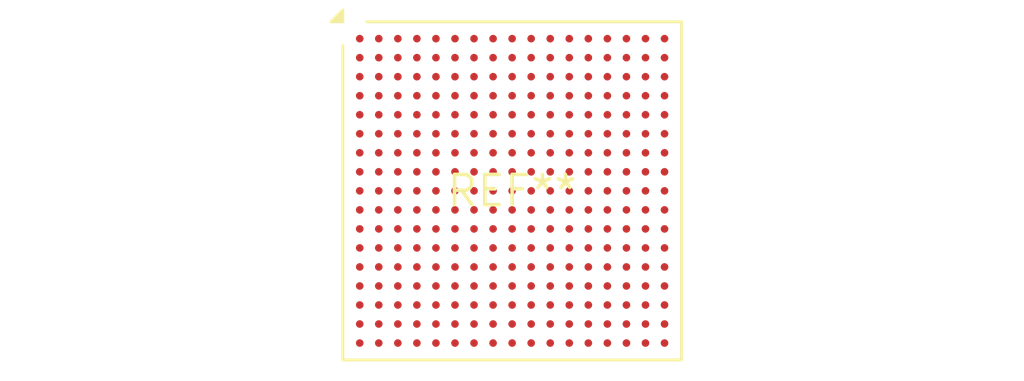
<source format=kicad_pcb>
(kicad_pcb (version 20240108) (generator pcbnew)
  (layers (0 "F.Cu" signal) (31 "B.Cu" signal) (34 "B.Paste" user) (35 "F.Paste" user) (36 "B.SilkS" user "B.Silkscreen") (37 "F.SilkS" user "F.Silkscreen") (38 "B.Mask" user) (39 "F.Mask" user) (44 "Edge.Cuts" user))
  (net 0 "")
  (footprint "LFBGA-289_14x14mm_Layout17x17_P0.8mm" (layer "F.Cu") (at 0 0)
    (property "Reference" "REF**")
    (property "Value" "LFBGA-289_14x14mm_Layout17x17_P0.8mm")
    (fp_line (start -7.11 7.11) (end -7.11 -6.11) (layer "F.SilkS") (stroke (width 0.12)))
    (fp_line (start -6.11 -7.11) (end 7.11 -7.11) (layer "F.SilkS") (stroke (width 0.12)))
    (fp_line (start 7.11 -7.11) (end 7.11 7.11) (layer "F.SilkS") (stroke (width 0.12)))
    (fp_line (start 7.11 7.11) (end -7.11 7.11) (layer "F.SilkS") (stroke (width 0.12)))
    (fp_poly (pts (xy -7.11 -7.11) (xy -7.61 -7.11) (xy -7.11 -7.61) (xy -7.11 -7.11)) (layer "F.SilkS") (stroke (width 0.12)) (fill solid))
    (pad "A1" smd circle (at -6.4 -6.4) (size 0.32 0.32) (property pad_prop_bga) (layers "F.Cu" "F.Paste" "F.Mask"))
    (pad "A2" smd circle (at -5.6 -6.4) (size 0.32 0.32) (property pad_prop_bga) (layers "F.Cu" "F.Paste" "F.Mask"))
    (pad "A3" smd circle (at -4.8 -6.4) (size 0.32 0.32) (property pad_prop_bga) (layers "F.Cu" "F.Paste" "F.Mask"))
    (pad "A4" smd circle (at -4 -6.4) (size 0.32 0.32) (property pad_prop_bga) (layers "F.Cu" "F.Paste" "F.Mask"))
    (pad "A5" smd circle (at -3.2 -6.4) (size 0.32 0.32) (property pad_prop_bga) (layers "F.Cu" "F.Paste" "F.Mask"))
    (pad "A6" smd circle (at -2.4 -6.4) (size 0.32 0.32) (property pad_prop_bga) (layers "F.Cu" "F.Paste" "F.Mask"))
    (pad "A7" smd circle (at -1.6 -6.4) (size 0.32 0.32) (property pad_prop_bga) (layers "F.Cu" "F.Paste" "F.Mask"))
    (pad "A8" smd circle (at -0.8 -6.4) (size 0.32 0.32) (property pad_prop_bga) (layers "F.Cu" "F.Paste" "F.Mask"))
    (pad "A9" smd circle (at 0 -6.4) (size 0.32 0.32) (property pad_prop_bga) (layers "F.Cu" "F.Paste" "F.Mask"))
    (pad "A10" smd circle (at 0.8 -6.4) (size 0.32 0.32) (property pad_prop_bga) (layers "F.Cu" "F.Paste" "F.Mask"))
    (pad "A11" smd circle (at 1.6 -6.4) (size 0.32 0.32) (property pad_prop_bga) (layers "F.Cu" "F.Paste" "F.Mask"))
    (pad "A12" smd circle (at 2.4 -6.4) (size 0.32 0.32) (property pad_prop_bga) (layers "F.Cu" "F.Paste" "F.Mask"))
    (pad "A13" smd circle (at 3.2 -6.4) (size 0.32 0.32) (property pad_prop_bga) (layers "F.Cu" "F.Paste" "F.Mask"))
    (pad "A14" smd circle (at 4 -6.4) (size 0.32 0.32) (property pad_prop_bga) (layers "F.Cu" "F.Paste" "F.Mask"))
    (pad "A15" smd circle (at 4.8 -6.4) (size 0.32 0.32) (property pad_prop_bga) (layers "F.Cu" "F.Paste" "F.Mask"))
    (pad "A16" smd circle (at 5.6 -6.4) (size 0.32 0.32) (property pad_prop_bga) (layers "F.Cu" "F.Paste" "F.Mask"))
    (pad "A17" smd circle (at 6.4 -6.4) (size 0.32 0.32) (property pad_prop_bga) (layers "F.Cu" "F.Paste" "F.Mask"))
    (pad "B1" smd circle (at -6.4 -5.6) (size 0.32 0.32) (property pad_prop_bga) (layers "F.Cu" "F.Paste" "F.Mask"))
    (pad "B2" smd circle (at -5.6 -5.6) (size 0.32 0.32) (property pad_prop_bga) (layers "F.Cu" "F.Paste" "F.Mask"))
    (pad "B3" smd circle (at -4.8 -5.6) (size 0.32 0.32) (property pad_prop_bga) (layers "F.Cu" "F.Paste" "F.Mask"))
    (pad "B4" smd circle (at -4 -5.6) (size 0.32 0.32) (property pad_prop_bga) (layers "F.Cu" "F.Paste" "F.Mask"))
    (pad "B5" smd circle (at -3.2 -5.6) (size 0.32 0.32) (property pad_prop_bga) (layers "F.Cu" "F.Paste" "F.Mask"))
    (pad "B6" smd circle (at -2.4 -5.6) (size 0.32 0.32) (property pad_prop_bga) (layers "F.Cu" "F.Paste" "F.Mask"))
    (pad "B7" smd circle (at -1.6 -5.6) (size 0.32 0.32) (property pad_prop_bga) (layers "F.Cu" "F.Paste" "F.Mask"))
    (pad "B8" smd circle (at -0.8 -5.6) (size 0.32 0.32) (property pad_prop_bga) (layers "F.Cu" "F.Paste" "F.Mask"))
    (pad "B9" smd circle (at 0 -5.6) (size 0.32 0.32) (property pad_prop_bga) (layers "F.Cu" "F.Paste" "F.Mask"))
    (pad "B10" smd circle (at 0.8 -5.6) (size 0.32 0.32) (property pad_prop_bga) (layers "F.Cu" "F.Paste" "F.Mask"))
    (pad "B11" smd circle (at 1.6 -5.6) (size 0.32 0.32) (property pad_prop_bga) (layers "F.Cu" "F.Paste" "F.Mask"))
    (pad "B12" smd circle (at 2.4 -5.6) (size 0.32 0.32) (property pad_prop_bga) (layers "F.Cu" "F.Paste" "F.Mask"))
    (pad "B13" smd circle (at 3.2 -5.6) (size 0.32 0.32) (property pad_prop_bga) (layers "F.Cu" "F.Paste" "F.Mask"))
    (pad "B14" smd circle (at 4 -5.6) (size 0.32 0.32) (property pad_prop_bga) (layers "F.Cu" "F.Paste" "F.Mask"))
    (pad "B15" smd circle (at 4.8 -5.6) (size 0.32 0.32) (property pad_prop_bga) (layers "F.Cu" "F.Paste" "F.Mask"))
    (pad "B16" smd circle (at 5.6 -5.6) (size 0.32 0.32) (property pad_prop_bga) (layers "F.Cu" "F.Paste" "F.Mask"))
    (pad "B17" smd circle (at 6.4 -5.6) (size 0.32 0.32) (property pad_prop_bga) (layers "F.Cu" "F.Paste" "F.Mask"))
    (pad "C1" smd circle (at -6.4 -4.8) (size 0.32 0.32) (property pad_prop_bga) (layers "F.Cu" "F.Paste" "F.Mask"))
    (pad "C2" smd circle (at -5.6 -4.8) (size 0.32 0.32) (property pad_prop_bga) (layers "F.Cu" "F.Paste" "F.Mask"))
    (pad "C3" smd circle (at -4.8 -4.8) (size 0.32 0.32) (property pad_prop_bga) (layers "F.Cu" "F.Paste" "F.Mask"))
    (pad "C4" smd circle (at -4 -4.8) (size 0.32 0.32) (property pad_prop_bga) (layers "F.Cu" "F.Paste" "F.Mask"))
    (pad "C5" smd circle (at -3.2 -4.8) (size 0.32 0.32) (property pad_prop_bga) (layers "F.Cu" "F.Paste" "F.Mask"))
    (pad "C6" smd circle (at -2.4 -4.8) (size 0.32 0.32) (property pad_prop_bga) (layers "F.Cu" "F.Paste" "F.Mask"))
    (pad "C7" smd circle (at -1.6 -4.8) (size 0.32 0.32) (property pad_prop_bga) (layers "F.Cu" "F.Paste" "F.Mask"))
    (pad "C8" smd circle (at -0.8 -4.8) (size 0.32 0.32) (property pad_prop_bga) (layers "F.Cu" "F.Paste" "F.Mask"))
    (pad "C9" smd circle (at 0 -4.8) (size 0.32 0.32) (property pad_prop_bga) (layers "F.Cu" "F.Paste" "F.Mask"))
    (pad "C10" smd circle (at 0.8 -4.8) (size 0.32 0.32) (property pad_prop_bga) (layers "F.Cu" "F.Paste" "F.Mask"))
    (pad "C11" smd circle (at 1.6 -4.8) (size 0.32 0.32) (property pad_prop_bga) (layers "F.Cu" "F.Paste" "F.Mask"))
    (pad "C12" smd circle (at 2.4 -4.8) (size 0.32 0.32) (property pad_prop_bga) (layers "F.Cu" "F.Paste" "F.Mask"))
    (pad "C13" smd circle (at 3.2 -4.8) (size 0.32 0.32) (property pad_prop_bga) (layers "F.Cu" "F.Paste" "F.Mask"))
    (pad "C14" smd circle (at 4 -4.8) (size 0.32 0.32) (property pad_prop_bga) (layers "F.Cu" "F.Paste" "F.Mask"))
    (pad "C15" smd circle (at 4.8 -4.8) (size 0.32 0.32) (property pad_prop_bga) (layers "F.Cu" "F.Paste" "F.Mask"))
    (pad "C16" smd circle (at 5.6 -4.8) (size 0.32 0.32) (property pad_prop_bga) (layers "F.Cu" "F.Paste" "F.Mask"))
    (pad "C17" smd circle (at 6.4 -4.8) (size 0.32 0.32) (property pad_prop_bga) (layers "F.Cu" "F.Paste" "F.Mask"))
    (pad "D1" smd circle (at -6.4 -4) (size 0.32 0.32) (property pad_prop_bga) (layers "F.Cu" "F.Paste" "F.Mask"))
    (pad "D2" smd circle (at -5.6 -4) (size 0.32 0.32) (property pad_prop_bga) (layers "F.Cu" "F.Paste" "F.Mask"))
    (pad "D3" smd circle (at -4.8 -4) (size 0.32 0.32) (property pad_prop_bga) (layers "F.Cu" "F.Paste" "F.Mask"))
    (pad "D4" smd circle (at -4 -4) (size 0.32 0.32) (property pad_prop_bga) (layers "F.Cu" "F.Paste" "F.Mask"))
    (pad "D5" smd circle (at -3.2 -4) (size 0.32 0.32) (property pad_prop_bga) (layers "F.Cu" "F.Paste" "F.Mask"))
    (pad "D6" smd circle (at -2.4 -4) (size 0.32 0.32) (property pad_prop_bga) (layers "F.Cu" "F.Paste" "F.Mask"))
    (pad "D7" smd circle (at -1.6 -4) (size 0.32 0.32) (property pad_prop_bga) (layers "F.Cu" "F.Paste" "F.Mask"))
    (pad "D8" smd circle (at -0.8 -4) (size 0.32 0.32) (property pad_prop_bga) (layers "F.Cu" "F.Paste" "F.Mask"))
    (pad "D9" smd circle (at 0 -4) (size 0.32 0.32) (property pad_prop_bga) (layers "F.Cu" "F.Paste" "F.Mask"))
    (pad "D10" smd circle (at 0.8 -4) (size 0.32 0.32) (property pad_prop_bga) (layers "F.Cu" "F.Paste" "F.Mask"))
    (pad "D11" smd circle (at 1.6 -4) (size 0.32 0.32) (property pad_prop_bga) (layers "F.Cu" "F.Paste" "F.Mask"))
    (pad "D12" smd circle (at 2.4 -4) (size 0.32 0.32) (property pad_prop_bga) (layers "F.Cu" "F.Paste" "F.Mask"))
    (pad "D13" smd circle (at 3.2 -4) (size 0.32 0.32) (property pad_prop_bga) (layers "F.Cu" "F.Paste" "F.Mask"))
    (pad "D14" smd circle (at 4 -4) (size 0.32 0.32) (property pad_prop_bga) (layers "F.Cu" "F.Paste" "F.Mask"))
    (pad "D15" smd circle (at 4.8 -4) (size 0.32 0.32) (property pad_prop_bga) (layers "F.Cu" "F.Paste" "F.Mask"))
    (pad "D16" smd circle (at 5.6 -4) (size 0.32 0.32) (property pad_prop_bga) (layers "F.Cu" "F.Paste" "F.Mask"))
    (pad "D17" smd circle (at 6.4 -4) (size 0.32 0.32) (property pad_prop_bga) (layers "F.Cu" "F.Paste" "F.Mask"))
    (pad "E1" smd circle (at -6.4 -3.2) (size 0.32 0.32) (property pad_prop_bga) (layers "F.Cu" "F.Paste" "F.Mask"))
    (pad "E2" smd circle (at -5.6 -3.2) (size 0.32 0.32) (property pad_prop_bga) (layers "F.Cu" "F.Paste" "F.Mask"))
    (pad "E3" smd circle (at -4.8 -3.2) (size 0.32 0.32) (property pad_prop_bga) (layers "F.Cu" "F.Paste" "F.Mask"))
    (pad "E4" smd circle (at -4 -3.2) (size 0.32 0.32) (property pad_prop_bga) (layers "F.Cu" "F.Paste" "F.Mask"))
    (pad "E5" smd circle (at -3.2 -3.2) (size 0.32 0.32) (property pad_prop_bga) (layers "F.Cu" "F.Paste" "F.Mask"))
    (pad "E6" smd circle (at -2.4 -3.2) (size 0.32 0.32) (property pad_prop_bga) (layers "F.Cu" "F.Paste" "F.Mask"))
    (pad "E7" smd circle (at -1.6 -3.2) (size 0.32 0.32) (property pad_prop_bga) (layers "F.Cu" "F.Paste" "F.Mask"))
    (pad "E8" smd circle (at -0.8 -3.2) (size 0.32 0.32) (property pad_prop_bga) (layers "F.Cu" "F.Paste" "F.Mask"))
    (pad "E9" smd circle (at 0 -3.2) (size 0.32 0.32) (property pad_prop_bga) (layers "F.Cu" "F.Paste" "F.Mask"))
    (pad "E10" smd circle (at 0.8 -3.2) (size 0.32 0.32) (property pad_prop_bga) (layers "F.Cu" "F.Paste" "F.Mask"))
    (pad "E11" smd circle (at 1.6 -3.2) (size 0.32 0.32) (property pad_prop_bga) (layers "F.Cu" "F.Paste" "F.Mask"))
    (pad "E12" smd circle (at 2.4 -3.2) (size 0.32 0.32) (property pad_prop_bga) (layers "F.Cu" "F.Paste" "F.Mask"))
    (pad "E13" smd circle (at 3.2 -3.2) (size 0.32 0.32) (property pad_prop_bga) (layers "F.Cu" "F.Paste" "F.Mask"))
    (pad "E14" smd circle (at 4 -3.2) (size 0.32 0.32) (property pad_prop_bga) (layers "F.Cu" "F.Paste" "F.Mask"))
    (pad "E15" smd circle (at 4.8 -3.2) (size 0.32 0.32) (property pad_prop_bga) (layers "F.Cu" "F.Paste" "F.Mask"))
    (pad "E16" smd circle (at 5.6 -3.2) (size 0.32 0.32) (property pad_prop_bga) (layers "F.Cu" "F.Paste" "F.Mask"))
    (pad "E17" smd circle (at 6.4 -3.2) (size 0.32 0.32) (property pad_prop_bga) (layers "F.Cu" "F.Paste" "F.Mask"))
    (pad "F1" smd circle (at -6.4 -2.4) (size 0.32 0.32) (property pad_prop_bga) (layers "F.Cu" "F.Paste" "F.Mask"))
    (pad "F2" smd circle (at -5.6 -2.4) (size 0.32 0.32) (property pad_prop_bga) (layers "F.Cu" "F.Paste" "F.Mask"))
    (pad "F3" smd circle (at -4.8 -2.4) (size 0.32 0.32) (property pad_prop_bga) (layers "F.Cu" "F.Paste" "F.Mask"))
    (pad "F4" smd circle (at -4 -2.4) (size 0.32 0.32) (property pad_prop_bga) (layers "F.Cu" "F.Paste" "F.Mask"))
    (pad "F5" smd circle (at -3.2 -2.4) (size 0.32 0.32) (property pad_prop_bga) (layers "F.Cu" "F.Paste" "F.Mask"))
    (pad "F6" smd circle (at -2.4 -2.4) (size 0.32 0.32) (property pad_prop_bga) (layers "F.Cu" "F.Paste" "F.Mask"))
    (pad "F7" smd circle (at -1.6 -2.4) (size 0.32 0.32) (property pad_prop_bga) (layers "F.Cu" "F.Paste" "F.Mask"))
    (pad "F8" smd circle (at -0.8 -2.4) (size 0.32 0.32) (property pad_prop_bga) (layers "F.Cu" "F.Paste" "F.Mask"))
    (pad "F9" smd circle (at 0 -2.4) (size 0.32 0.32) (property pad_prop_bga) (layers "F.Cu" "F.Paste" "F.Mask"))
    (pad "F10" smd circle (at 0.8 -2.4) (size 0.32 0.32) (property pad_prop_bga) (layers "F.Cu" "F.Paste" "F.Mask"))
    (pad "F11" smd circle (at 1.6 -2.4) (size 0.32 0.32) (property pad_prop_bga) (layers "F.Cu" "F.Paste" "F.Mask"))
    (pad "F12" smd circle (at 2.4 -2.4) (size 0.32 0.32) (property pad_prop_bga) (layers "F.Cu" "F.Paste" "F.Mask"))
    (pad "F13" smd circle (at 3.2 -2.4) (size 0.32 0.32) (property pad_prop_bga) (layers "F.Cu" "F.Paste" "F.Mask"))
    (pad "F14" smd circle (at 4 -2.4) (size 0.32 0.32) (property pad_prop_bga) (layers "F.Cu" "F.Paste" "F.Mask"))
    (pad "F15" smd circle (at 4.8 -2.4) (size 0.32 0.32) (property pad_prop_bga) (layers "F.Cu" "F.Paste" "F.Mask"))
    (pad "F16" smd circle (at 5.6 -2.4) (size 0.32 0.32) (property pad_prop_bga) (layers "F.Cu" "F.Paste" "F.Mask"))
    (pad "F17" smd circle (at 6.4 -2.4) (size 0.32 0.32) (property pad_prop_bga) (layers "F.Cu" "F.Paste" "F.Mask"))
    (pad "G1" smd circle (at -6.4 -1.6) (size 0.32 0.32) (property pad_prop_bga) (layers "F.Cu" "F.Paste" "F.Mask"))
    (pad "G2" smd circle (at -5.6 -1.6) (size 0.32 0.32) (property pad_prop_bga) (layers "F.Cu" "F.Paste" "F.Mask"))
    (pad "G3" smd circle (at -4.8 -1.6) (size 0.32 0.32) (property pad_prop_bga) (layers "F.Cu" "F.Paste" "F.Mask"))
    (pad "G4" smd circle (at -4 -1.6) (size 0.32 0.32) (property pad_prop_bga) (layers "F.Cu" "F.Paste" "F.Mask"))
    (pad "G5" smd circle (at -3.2 -1.6) (size 0.32 0.32) (property pad_prop_bga) (layers "F.Cu" "F.Paste" "F.Mask"))
    (pad "G6" smd circle (at -2.4 -1.6) (size 0.32 0.32) (property pad_prop_bga) (layers "F.Cu" "F.Paste" "F.Mask"))
    (pad "G7" smd circle (at -1.6 -1.6) (size 0.32 0.32) (property pad_prop_bga) (layers "F.Cu" "F.Paste" "F.Mask"))
    (pad "G8" smd circle (at -0.8 -1.6) (size 0.32 0.32) (property pad_prop_bga) (layers "F.Cu" "F.Paste" "F.Mask"))
    (pad "G9" smd circle (at 0 -1.6) (size 0.32 0.32) (property pad_prop_bga) (layers "F.Cu" "F.Paste" "F.Mask"))
    (pad "G10" smd circle (at 0.8 -1.6) (size 0.32 0.32) (property pad_prop_bga) (layers "F.Cu" "F.Paste" "F.Mask"))
    (pad "G11" smd circle (at 1.6 -1.6) (size 0.32 0.32) (property pad_prop_bga) (layers "F.Cu" "F.Paste" "F.Mask"))
    (pad "G12" smd circle (at 2.4 -1.6) (size 0.32 0.32) (property pad_prop_bga) (layers "F.Cu" "F.Paste" "F.Mask"))
    (pad "G13" smd circle (at 3.2 -1.6) (size 0.32 0.32) (property pad_prop_bga) (layers "F.Cu" "F.Paste" "F.Mask"))
    (pad "G14" smd circle (at 4 -1.6) (size 0.32 0.32) (property pad_prop_bga) (layers "F.Cu" "F.Paste" "F.Mask"))
    (pad "G15" smd circle (at 4.8 -1.6) (size 0.32 0.32) (property pad_prop_bga) (layers "F.Cu" "F.Paste" "F.Mask"))
    (pad "G16" smd circle (at 5.6 -1.6) (size 0.32 0.32) (property pad_prop_bga) (layers "F.Cu" "F.Paste" "F.Mask"))
    (pad "G17" smd circle (at 6.4 -1.6) (size 0.32 0.32) (property pad_prop_bga) (layers "F.Cu" "F.Paste" "F.Mask"))
    (pad "H1" smd circle (at -6.4 -0.8) (size 0.32 0.32) (property pad_prop_bga) (layers "F.Cu" "F.Paste" "F.Mask"))
    (pad "H2" smd circle (at -5.6 -0.8) (size 0.32 0.32) (property pad_prop_bga) (layers "F.Cu" "F.Paste" "F.Mask"))
    (pad "H3" smd circle (at -4.8 -0.8) (size 0.32 0.32) (property pad_prop_bga) (layers "F.Cu" "F.Paste" "F.Mask"))
    (pad "H4" smd circle (at -4 -0.8) (size 0.32 0.32) (property pad_prop_bga) (layers "F.Cu" "F.Paste" "F.Mask"))
    (pad "H5" smd circle (at -3.2 -0.8) (size 0.32 0.32) (property pad_prop_bga) (layers "F.Cu" "F.Paste" "F.Mask"))
    (pad "H6" smd circle (at -2.4 -0.8) (size 0.32 0.32) (property pad_prop_bga) (layers "F.Cu" "F.Paste" "F.Mask"))
    (pad "H7" smd circle (at -1.6 -0.8) (size 0.32 0.32) (property pad_prop_bga) (layers "F.Cu" "F.Paste" "F.Mask"))
    (pad "H8" smd circle (at -0.8 -0.8) (size 0.32 0.32) (property pad_prop_bga) (layers "F.Cu" "F.Paste" "F.Mask"))
    (pad "H9" smd circle (at 0 -0.8) (size 0.32 0.32) (property pad_prop_bga) (layers "F.Cu" "F.Paste" "F.Mask"))
    (pad "H10" smd circle (at 0.8 -0.8) (size 0.32 0.32) (property pad_prop_bga) (layers "F.Cu" "F.Paste" "F.Mask"))
    (pad "H11" smd circle (at 1.6 -0.8) (size 0.32 0.32) (property pad_prop_bga) (layers "F.Cu" "F.Paste" "F.Mask"))
    (pad "H12" smd circle (at 2.4 -0.8) (size 0.32 0.32) (property pad_prop_bga) (layers "F.Cu" "F.Paste" "F.Mask"))
    (pad "H13" smd circle (at 3.2 -0.8) (size 0.32 0.32) (property pad_prop_bga) (layers "F.Cu" "F.Paste" "F.Mask"))
    (pad "H14" smd circle (at 4 -0.8) (size 0.32 0.32) (property pad_prop_bga) (layers "F.Cu" "F.Paste" "F.Mask"))
    (pad "H15" smd circle (at 4.8 -0.8) (size 0.32 0.32) (property pad_prop_bga) (layers "F.Cu" "F.Paste" "F.Mask"))
    (pad "H16" smd circle (at 5.6 -0.8) (size 0.32 0.32) (property pad_prop_bga) (layers "F.Cu" "F.Paste" "F.Mask"))
    (pad "H17" smd circle (at 6.4 -0.8) (size 0.32 0.32) (property pad_prop_bga) (layers "F.Cu" "F.Paste" "F.Mask"))
    (pad "J1" smd circle (at -6.4 0) (size 0.32 0.32) (property pad_prop_bga) (layers "F.Cu" "F.Paste" "F.Mask"))
    (pad "J2" smd circle (at -5.6 0) (size 0.32 0.32) (property pad_prop_bga) (layers "F.Cu" "F.Paste" "F.Mask"))
    (pad "J3" smd circle (at -4.8 0) (size 0.32 0.32) (property pad_prop_bga) (layers "F.Cu" "F.Paste" "F.Mask"))
    (pad "J4" smd circle (at -4 0) (size 0.32 0.32) (property pad_prop_bga) (layers "F.Cu" "F.Paste" "F.Mask"))
    (pad "J5" smd circle (at -3.2 0) (size 0.32 0.32) (property pad_prop_bga) (layers "F.Cu" "F.Paste" "F.Mask"))
    (pad "J6" smd circle (at -2.4 0) (size 0.32 0.32) (property pad_prop_bga) (layers "F.Cu" "F.Paste" "F.Mask"))
    (pad "J7" smd circle (at -1.6 0) (size 0.32 0.32) (property pad_prop_bga) (layers "F.Cu" "F.Paste" "F.Mask"))
    (pad "J8" smd circle (at -0.8 0) (size 0.32 0.32) (property pad_prop_bga) (layers "F.Cu" "F.Paste" "F.Mask"))
    (pad "J9" smd circle (at 0 0) (size 0.32 0.32) (property pad_prop_bga) (layers "F.Cu" "F.Paste" "F.Mask"))
    (pad "J10" smd circle (at 0.8 0) (size 0.32 0.32) (property pad_prop_bga) (layers "F.Cu" "F.Paste" "F.Mask"))
    (pad "J11" smd circle (at 1.6 0) (size 0.32 0.32) (property pad_prop_bga) (layers "F.Cu" "F.Paste" "F.Mask"))
    (pad "J12" smd circle (at 2.4 0) (size 0.32 0.32) (property pad_prop_bga) (layers "F.Cu" "F.Paste" "F.Mask"))
    (pad "J13" smd circle (at 3.2 0) (size 0.32 0.32) (property pad_prop_bga) (layers "F.Cu" "F.Paste" "F.Mask"))
    (pad "J14" smd circle (at 4 0) (size 0.32 0.32) (property pad_prop_bga) (layers "F.Cu" "F.Paste" "F.Mask"))
    (pad "J15" smd circle (at 4.8 0) (size 0.32 0.32) (property pad_prop_bga) (layers "F.Cu" "F.Paste" "F.Mask"))
    (pad "J16" smd circle (at 5.6 0) (size 0.32 0.32) (property pad_prop_bga) (layers "F.Cu" "F.Paste" "F.Mask"))
    (pad "J17" smd circle (at 6.4 0) (size 0.32 0.32) (property pad_prop_bga) (layers "F.Cu" "F.Paste" "F.Mask"))
    (pad "K1" smd circle (at -6.4 0.8) (size 0.32 0.32) (property pad_prop_bga) (layers "F.Cu" "F.Paste" "F.Mask"))
    (pad "K2" smd circle (at -5.6 0.8) (size 0.32 0.32) (property pad_prop_bga) (layers "F.Cu" "F.Paste" "F.Mask"))
    (pad "K3" smd circle (at -4.8 0.8) (size 0.32 0.32) (property pad_prop_bga) (layers "F.Cu" "F.Paste" "F.Mask"))
    (pad "K4" smd circle (at -4 0.8) (size 0.32 0.32) (property pad_prop_bga) (layers "F.Cu" "F.Paste" "F.Mask"))
    (pad "K5" smd circle (at -3.2 0.8) (size 0.32 0.32) (property pad_prop_bga) (layers "F.Cu" "F.Paste" "F.Mask"))
    (pad "K6" smd circle (at -2.4 0.8) (size 0.32 0.32) (property pad_prop_bga) (layers "F.Cu" "F.Paste" "F.Mask"))
    (pad "K7" smd circle (at -1.6 0.8) (size 0.32 0.32) (property pad_prop_bga) (layers "F.Cu" "F.Paste" "F.Mask"))
    (pad "K8" smd circle (at -0.8 0.8) (size 0.32 0.32) (property pad_prop_bga) (layers "F.Cu" "F.Paste" "F.Mask"))
    (pad "K9" smd circle (at 0 0.8) (size 0.32 0.32) (property pad_prop_bga) (layers "F.Cu" "F.Paste" "F.Mask"))
    (pad "K10" smd circle (at 0.8 0.8) (size 0.32 0.32) (property pad_prop_bga) (layers "F.Cu" "F.Paste" "F.Mask"))
    (pad "K11" smd circle (at 1.6 0.8) (size 0.32 0.32) (property pad_prop_bga) (layers "F.Cu" "F.Paste" "F.Mask"))
    (pad "K12" smd circle (at 2.4 0.8) (size 0.32 0.32) (property pad_prop_bga) (layers "F.Cu" "F.Paste" "F.Mask"))
    (pad "K13" smd circle (at 3.2 0.8) (size 0.32 0.32) (property pad_prop_bga) (layers "F.Cu" "F.Paste" "F.Mask"))
    (pad "K14" smd circle (at 4 0.8) (size 0.32 0.32) (property pad_prop_bga) (layers "F.Cu" "F.Paste" "F.Mask"))
    (pad "K15" smd circle (at 4.8 0.8) (size 0.32 0.32) (property pad_prop_bga) (layers "F.Cu" "F.Paste" "F.Mask"))
    (pad "K16" smd circle (at 5.6 0.8) (size 0.32 0.32) (property pad_prop_bga) (layers "F.Cu" "F.Paste" "F.Mask"))
    (pad "K17" smd circle (at 6.4 0.8) (size 0.32 0.32) (property pad_prop_bga) (layers "F.Cu" "F.Paste" "F.Mask"))
    (pad "L1" smd circle (at -6.4 1.6) (size 0.32 0.32) (property pad_prop_bga) (layers "F.Cu" "F.Paste" "F.Mask"))
    (pad "L2" smd circle (at -5.6 1.6) (size 0.32 0.32) (property pad_prop_bga) (layers "F.Cu" "F.Paste" "F.Mask"))
    (pad "L3" smd circle (at -4.8 1.6) (size 0.32 0.32) (property pad_prop_bga) (layers "F.Cu" "F.Paste" "F.Mask"))
    (pad "L4" smd circle (at -4 1.6) (size 0.32 0.32) (property pad_prop_bga) (layers "F.Cu" "F.Paste" "F.Mask"))
    (pad "L5" smd circle (at -3.2 1.6) (size 0.32 0.32) (property pad_prop_bga) (layers "F.Cu" "F.Paste" "F.Mask"))
    (pad "L6" smd circle (at -2.4 1.6) (size 0.32 0.32) (property pad_prop_bga) (layers "F.Cu" "F.Paste" "F.Mask"))
    (pad "L7" smd circle (at -1.6 1.6) (size 0.32 0.32) (property pad_prop_bga) (layers "F.Cu" "F.Paste" "F.Mask"))
    (pad "L8" smd circle (at -0.8 1.6) (size 0.32 0.32) (property pad_prop_bga) (layers "F.Cu" "F.Paste" "F.Mask"))
    (pad "L9" smd circle (at 0 1.6) (size 0.32 0.32) (property pad_prop_bga) (layers "F.Cu" "F.Paste" "F.Mask"))
    (pad "L10" smd circle (at 0.8 1.6) (size 0.32 0.32) (property pad_prop_bga) (layers "F.Cu" "F.Paste" "F.Mask"))
    (pad "L11" smd circle (at 1.6 1.6) (size 0.32 0.32) (property pad_prop_bga) (layers "F.Cu" "F.Paste" "F.Mask"))
    (pad "L12" smd circle (at 2.4 1.6) (size 0.32 0.32) (property pad_prop_bga) (layers "F.Cu" "F.Paste" "F.Mask"))
    (pad "L13" smd circle (at 3.2 1.6) (size 0.32 0.32) (property pad_prop_bga) (layers "F.Cu" "F.Paste" "F.Mask"))
    (pad "L14" smd circle (at 4 1.6) (size 0.32 0.32) (property pad_prop_bga) (layers "F.Cu" "F.Paste" "F.Mask"))
    (pad "L15" smd circle (at 4.8 1.6) (size 0.32 0.32) (property pad_prop_bga) (layers "F.Cu" "F.Paste" "F.Mask"))
    (pad "L16" smd circle (at 5.6 1.6) (size 0.32 0.32) (property pad_prop_bga) (layers "F.Cu" "F.Paste" "F.Mask"))
    (pad "L17" smd circle (at 6.4 1.6) (size 0.32 0.32) (property pad_prop_bga) (layers "F.Cu" "F.Paste" "F.Mask"))
    (pad "M1" smd circle (at -6.4 2.4) (size 0.32 0.32) (property pad_prop_bga) (layers "F.Cu" "F.Paste" "F.Mask"))
    (pad "M2" smd circle (at -5.6 2.4) (size 0.32 0.32) (property pad_prop_bga) (layers "F.Cu" "F.Paste" "F.Mask"))
    (pad "M3" smd circle (at -4.8 2.4) (size 0.32 0.32) (property pad_prop_bga) (layers "F.Cu" "F.Paste" "F.Mask"))
    (pad "M4" smd circle (at -4 2.4) (size 0.32 0.32) (property pad_prop_bga) (layers "F.Cu" "F.Paste" "F.Mask"))
    (pad "M5" smd circle (at -3.2 2.4) (size 0.32 0.32) (property pad_prop_bga) (layers "F.Cu" "F.Paste" "F.Mask"))
    (pad "M6" smd circle (at -2.4 2.4) (size 0.32 0.32) (property pad_prop_bga) (layers "F.Cu" "F.Paste" "F.Mask"))
    (pad "M7" smd circle (at -1.6 2.4) (size 0.32 0.32) (property pad_prop_bga) (layers "F.Cu" "F.Paste" "F.Mask"))
    (pad "M8" smd circle (at -0.8 2.4) (size 0.32 0.32) (property pad_prop_bga) (layers "F.Cu" "F.Paste" "F.Mask"))
    (pad "M9" smd circle (at 0 2.4) (size 0.32 0.32) (property pad_prop_bga) (layers "F.Cu" "F.Paste" "F.Mask"))
    (pad "M10" smd circle (at 0.8 2.4) (size 0.32 0.32) (property pad_prop_bga) (layers "F.Cu" "F.Paste" "F.Mask"))
    (pad "M11" smd circle (at 1.6 2.4) (size 0.32 0.32) (property pad_prop_bga) (layers "F.Cu" "F.Paste" "F.Mask"))
    (pad "M12" smd circle (at 2.4 2.4) (size 0.32 0.32) (property pad_prop_bga) (layers "F.Cu" "F.Paste" "F.Mask"))
    (pad "M13" smd circle (at 3.2 2.4) (size 0.32 0.32) (property pad_prop_bga) (layers "F.Cu" "F.Paste" "F.Mask"))
    (pad "M14" smd circle (at 4 2.4) (size 0.32 0.32) (property pad_prop_bga) (layers "F.Cu" "F.Paste" "F.Mask"))
    (pad "M15" smd circle (at 4.8 2.4) (size 0.32 0.32) (property pad_prop_bga) (layers "F.Cu" "F.Paste" "F.Mask"))
    (pad "M16" smd circle (at 5.6 2.4) (size 0.32 0.32) (property pad_prop_bga) (layers "F.Cu" "F.Paste" "F.Mask"))
    (pad "M17" smd circle (at 6.4 2.4) (size 0.32 0.32) (property pad_prop_bga) (layers "F.Cu" "F.Paste" "F.Mask"))
    (pad "N1" smd circle (at -6.4 3.2) (size 0.32 0.32) (property pad_prop_bga) (layers "F.Cu" "F.Paste" "F.Mask"))
    (pad "N2" smd circle (at -5.6 3.2) (size 0.32 0.32) (property pad_prop_bga) (layers "F.Cu" "F.Paste" "F.Mask"))
    (pad "N3" smd circle (at -4.8 3.2) (size 0.32 0.32) (property pad_prop_bga) (layers "F.Cu" "F.Paste" "F.Mask"))
    (pad "N4" smd circle (at -4 3.2) (size 0.32 0.32) (property pad_prop_bga) (layers "F.Cu" "F.Paste" "F.Mask"))
    (pad "N5" smd circle (at -3.2 3.2) (size 0.32 0.32) (property pad_prop_bga) (layers "F.Cu" "F.Paste" "F.Mask"))
    (pad "N6" smd circle (at -2.4 3.2) (size 0.32 0.32) (property pad_prop_bga) (layers "F.Cu" "F.Paste" "F.Mask"))
    (pad "N7" smd circle (at -1.6 3.2) (size 0.32 0.32) (property pad_prop_bga) (layers "F.Cu" "F.Paste" "F.Mask"))
    (pad "N8" smd circle (at -0.8 3.2) (size 0.32 0.32) (property pad_prop_bga) (layers "F.Cu" "F.Paste" "F.Mask"))
    (pad "N9" smd circle (at 0 3.2) (size 0.32 0.32) (property pad_prop_bga) (layers "F.Cu" "F.Paste" "F.Mask"))
    (pad "N10" smd circle (at 0.8 3.2) (size 0.32 0.32) (property pad_prop_bga) (layers "F.Cu" "F.Paste" "F.Mask"))
    (pad "N11" smd circle (at 1.6 3.2) (size 0.32 0.32) (property pad_prop_bga) (layers "F.Cu" "F.Paste" "F.Mask"))
    (pad "N12" smd circle (at 2.4 3.2) (size 0.32 0.32) (property pad_prop_bga) (layers "F.Cu" "F.Paste" "F.Mask"))
    (pad "N13" smd circle (at 3.2 3.2) (size 0.32 0.32) (property pad_prop_bga) (layers "F.Cu" "F.Paste" "F.Mask"))
    (pad "N14" smd circle (at 4 3.2) (size 0.32 0.32) (property pad_prop_bga) (layers "F.Cu" "F.Paste" "F.Mask"))
    (pad "N15" smd circle (at 4.8 3.2) (size 0.32 0.32) (property pad_prop_bga) (layers "F.Cu" "F.Paste" "F.Mask"))
    (pad "N16" smd circle (at 5.6 3.2) (size 0.32 0.32) (property pad_prop_bga) (layers "F.Cu" "F.Paste" "F.Mask"))
    (pad "N17" smd circle (at 6.4 3.2) (size 0.32 0.32) (property pad_prop_bga) (layers "F.Cu" "F.Paste" "F.Mask"))
    (pad "P1" smd circle (at -6.4 4) (size 0.32 0.32) (property pad_prop_bga) (layers "F.Cu" "F.Paste" "F.Mask"))
    (pad "P2" smd circle (at -5.6 4) (size 0.32 0.32) (property pad_prop_bga) (layers "F.Cu" "F.Paste" "F.Mask"))
    (pad "P3" smd circle (at -4.8 4) (size 0.32 0.32) (property pad_prop_bga) (layers "F.Cu" "F.Paste" "F.Mask"))
    (pad "P4" smd circle (at -4 4) (size 0.32 0.32) (property pad_prop_bga) (layers "F.Cu" "F.Paste" "F.Mask"))
    (pad "P5" smd circle (at -3.2 4) (size 0.32 0.32) (property pad_prop_bga) (layers "F.Cu" "F.Paste" "F.Mask"))
    (pad "P6" smd circle (at -2.4 4) (size 0.32 0.32) (property pad_prop_bga) (layers "F.Cu" "F.Paste" "F.Mask"))
    (pad "P7" smd circle (at -1.6 4) (size 0.32 0.32) (property pad_prop_bga) (layers "F.Cu" "F.Paste" "F.Mask"))
    (pad "P8" smd circle (at -0.8 4) (size 0.32 0.32) (property pad_prop_bga) (layers "F.Cu" "F.Paste" "F.Mask"))
    (pad "P9" smd circle (at 0 4) (size 0.32 0.32) (property pad_prop_bga) (layers "F.Cu" "F.Paste" "F.Mask"))
    (pad "P10" smd circle (at 0.8 4) (size 0.32 0.32) (property pad_prop_bga) (layers "F.Cu" "F.Paste" "F.Mask"))
    (pad "P11" smd circle (at 1.6 4) (size 0.32 0.32) (property pad_prop_bga) (layers "F.Cu" "F.Paste" "F.Mask"))
    (pad "P12" smd circle (at 2.4 4) (size 0.32 0.32) (property pad_prop_bga) (layers "F.Cu" "F.Paste" "F.Mask"))
    (pad "P13" smd circle (at 3.2 4) (size 0.32 0.32) (property pad_prop_bga) (layers "F.Cu" "F.Paste" "F.Mask"))
    (pad "P14" smd circle (at 4 4) (size 0.32 0.32) (property pad_prop_bga) (layers "F.Cu" "F.Paste" "F.Mask"))
    (pad "P15" smd circle (at 4.8 4) (size 0.32 0.32) (property pad_prop_bga) (layers "F.Cu" "F.Paste" "F.Mask"))
    (pad "P16" smd circle (at 5.6 4) (size 0.32 0.32) (property pad_prop_bga) (layers "F.Cu" "F.Paste" "F.Mask"))
    (pad "P17" smd circle (at 6.4 4) (size 0.32 0.32) (property pad_prop_bga) (layers "F.Cu" "F.Paste" "F.Mask"))
    (pad "R1" smd circle (at -6.4 4.8) (size 0.32 0.32) (property pad_prop_bga) (layers "F.Cu" "F.Paste" "F.Mask"))
    (pad "R2" smd circle (at -5.6 4.8) (size 0.32 0.32) (property pad_prop_bga) (layers "F.Cu" "F.Paste" "F.Mask"))
    (pad "R3" smd circle (at -4.8 4.8) (size 0.32 0.32) (property pad_prop_bga) (layers "F.Cu" "F.Paste" "F.Mask"))
    (pad "R4" smd circle (at -4 4.8) (size 0.32 0.32) (property pad_prop_bga) (layers "F.Cu" "F.Paste" "F.Mask"))
    (pad "R5" smd circle (at -3.2 4.8) (size 0.32 0.32) (property pad_prop_bga) (layers "F.Cu" "F.Paste" "F.Mask"))
    (pad "R6" smd circle (at -2.4 4.8) (size 0.32 0.32) (property pad_prop_bga) (layers "F.Cu" "F.Paste" "F.Mask"))
    (pad "R7" smd circle (at -1.6 4.8) (size 0.32 0.32) (property pad_prop_bga) (layers "F.Cu" "F.Paste" "F.Mask"))
    (pad "R8" smd circle (at -0.8 4.8) (size 0.32 0.32) (property pad_prop_bga) (layers "F.Cu" "F.Paste" "F.Mask"))
    (pad "R9" smd circle (at 0 4.8) (size 0.32 0.32) (property pad_prop_bga) (layers "F.Cu" "F.Paste" "F.Mask"))
    (pad "R10" smd circle (at 0.8 4.8) (size 0.32 0.32) (property pad_prop_bga) (layers "F.Cu" "F.Paste" "F.Mask"))
    (pad "R11" smd circle (at 1.6 4.8) (size 0.32 0.32) (property pad_prop_bga) (layers "F.Cu" "F.Paste" "F.Mask"))
    (pad "R12" smd circle (at 2.4 4.8) (size 0.32 0.32) (property pad_prop_bga) (layers "F.Cu" "F.Paste" "F.Mask"))
    (pad "R13" smd circle (at 3.2 4.8) (size 0.32 0.32) (property pad_prop_bga) (layers "F.Cu" "F.Paste" "F.Mask"))
    (pad "R14" smd circle (at 4 4.8) (size 0.32 0.32) (property pad_prop_bga) (layers "F.Cu" "F.Paste" "F.Mask"))
    (pad "R15" smd circle (at 4.8 4.8) (size 0.32 0.32) (property pad_prop_bga) (layers "F.Cu" "F.Paste" "F.Mask"))
    (pad "R16" smd circle (at 5.6 4.8) (size 0.32 0.32) (property pad_prop_bga) (layers "F.Cu" "F.Paste" "F.Mask"))
    (pad "R17" smd circle (at 6.4 4.8) (size 0.32 0.32) (property pad_prop_bga) (layers "F.Cu" "F.Paste" "F.Mask"))
    (pad "T1" smd circle (at -6.4 5.6) (size 0.32 0.32) (property pad_prop_bga) (layers "F.Cu" "F.Paste" "F.Mask"))
    (pad "T2" smd circle (at -5.6 5.6) (size 0.32 0.32) (property pad_prop_bga) (layers "F.Cu" "F.Paste" "F.Mask"))
    (pad "T3" smd circle (at -4.8 5.6) (size 0.32 0.32) (property pad_prop_bga) (layers "F.Cu" "F.Paste" "F.Mask"))
    (pad "T4" smd circle (at -4 5.6) (size 0.32 0.32) (property pad_prop_bga) (layers "F.Cu" "F.Paste" "F.Mask"))
    (pad "T5" smd circle (at -3.2 5.6) (size 0.32 0.32) (property pad_prop_bga) (layers "F.Cu" "F.Paste" "F.Mask"))
    (pad "T6" smd circle (at -2.4 5.6) (size 0.32 0.32) (property pad_prop_bga) (layers "F.Cu" "F.Paste" "F.Mask"))
    (pad "T7" smd circle (at -1.6 5.6) (size 0.32 0.32) (property pad_prop_bga) (layers "F.Cu" "F.Paste" "F.Mask"))
    (pad "T8" smd circle (at -0.8 5.6) (size 0.32 0.32) (property pad_prop_bga) (layers "F.Cu" "F.Paste" "F.Mask"))
    (pad "T9" smd circle (at 0 5.6) (size 0.32 0.32) (property pad_prop_bga) (layers "F.Cu" "F.Paste" "F.Mask"))
    (pad "T10" smd circle (at 0.8 5.6) (size 0.32 0.32) (property pad_prop_bga) (layers "F.Cu" "F.Paste" "F.Mask"))
    (pad "T11" smd circle (at 1.6 5.6) (size 0.32 0.32) (property pad_prop_bga) (layers "F.Cu" "F.Paste" "F.Mask"))
    (pad "T12" smd circle (at 2.4 5.6) (size 0.32 0.32) (property pad_prop_bga) (layers "F.Cu" "F.Paste" "F.Mask"))
    (pad "T13" smd circle (at 3.2 5.6) (size 0.32 0.32) (property pad_prop_bga) (layers "F.Cu" "F.Paste" "F.Mask"))
    (pad "T14" smd circle (at 4 5.6) (size 0.32 0.32) (property pad_prop_bga) (layers "F.Cu" "F.Paste" "F.Mask"))
    (pad "T15" smd circle (at 4.8 5.6) (size 0.32 0.32) (property pad_prop_bga) (layers "F.Cu" "F.Paste" "F.Mask"))
    (pad "T16" smd circle (at 5.6 5.6) (size 0.32 0.32) (property pad_prop_bga) (layers "F.Cu" "F.Paste" "F.Mask"))
    (pad "T17" smd circle (at 6.4 5.6) (size 0.32 0.32) (property pad_prop_bga) (layers "F.Cu" "F.Paste" "F.Mask"))
    (pad "U1" smd circle (at -6.4 6.4) (size 0.32 0.32) (property pad_prop_bga) (layers "F.Cu" "F.Paste" "F.Mask"))
    (pad "U2" smd circle (at -5.6 6.4) (size 0.32 0.32) (property pad_prop_bga) (layers "F.Cu" "F.Paste" "F.Mask"))
    (pad "U3" smd circle (at -4.8 6.4) (size 0.32 0.32) (property pad_prop_bga) (layers "F.Cu" "F.Paste" "F.Mask"))
    (pad "U4" smd circle (at -4 6.4) (size 0.32 0.32) (property pad_prop_bga) (layers "F.Cu" "F.Paste" "F.Mask"))
    (pad "U5" smd circle (at -3.2 6.4) (size 0.32 0.32) (property pad_prop_bga) (layers "F.Cu" "F.Paste" "F.Mask"))
    (pad "U6" smd circle (at -2.4 6.4) (size 0.32 0.32) (property pad_prop_bga) (layers "F.Cu" "F.Paste" "F.Mask"))
    (pad "U7" smd circle (at -1.6 6.4) (size 0.32 0.32) (property pad_prop_bga) (layers "F.Cu" "F.Paste" "F.Mask"))
    (pad "U8" smd circle (at -0.8 6.4) (size 0.32 0.32) (property pad_prop_bga) (layers "F.Cu" "F.Paste" "F.Mask"))
    (pad "U9" smd circle (at 0 6.4) (size 0.32 0.32) (property pad_prop_bga) (layers "F.Cu" "F.Paste" "F.Mask"))
    (pad "U10" smd circle (at 0.8 6.4) (size 0.32 0.32) (property pad_prop_bga) (layers "F.Cu" "F.Paste" "F.Mask"))
    (pad "U11" smd circle (at 1.6 6.4) (size 0.32 0.32) (property pad_prop_bga) (layers "F.Cu" "F.Paste" "F.Mask"))
    (pad "U12" smd circle (at 2.4 6.4) (size 0.32 0.32) (property pad_prop_bga) (layers "F.Cu" "F.Paste" "F.Mask"))
    (pad "U13" smd circle (at 3.2 6.4) (size 0.32 0.32) (property pad_prop_bga) (layers "F.Cu" "F.Paste" "F.Mask"))
    (pad "U14" smd circle (at 4 6.4) (size 0.32 0.32) (property pad_prop_bga) (layers "F.Cu" "F.Paste" "F.Mask"))
    (pad "U15" smd circle (at 4.8 6.4) (size 0.32 0.32) (property pad_prop_bga) (layers "F.Cu" "F.Paste" "F.Mask"))
    (pad "U16" smd circle (at 5.6 6.4) (size 0.32 0.32) (property pad_prop_bga) (layers "F.Cu" "F.Paste" "F.Mask"))
    (pad "U17" smd circle (at 6.4 6.4) (size 0.32 0.32) (property pad_prop_bga) (layers "F.Cu" "F.Paste" "F.Mask"))
  )
)
</source>
